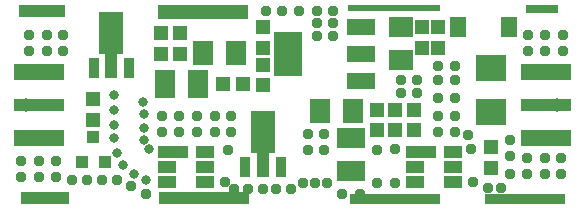
<source format=gbr>
G04 EAGLE Gerber RS-274X export*
G75*
%MOMM*%
%FSLAX34Y34*%
%LPD*%
%INSoldermask Top*%
%IPPOS*%
%AMOC8*
5,1,8,0,0,1.08239X$1,22.5*%
G01*
%ADD10R,3.937000X1.016000*%
%ADD11R,4.064000X1.016000*%
%ADD12R,7.620000X1.270000*%
%ADD13R,7.620000X1.016000*%
%ADD14R,7.620000X0.889000*%
%ADD15R,6.731000X0.889000*%
%ADD16R,2.794000X0.762000*%
%ADD17R,7.747000X0.508000*%
%ADD18R,1.603200X1.003200*%
%ADD19R,2.603200X1.003200*%
%ADD20R,0.914200X1.703200*%
%ADD21R,1.117200X2.203200*%
%ADD22R,2.108200X3.537200*%
%ADD23R,2.438400X1.422400*%
%ADD24R,2.403200X3.803200*%
%ADD25R,1.283200X1.253200*%
%ADD26R,1.253200X1.283200*%
%ADD27R,2.003200X1.803200*%
%ADD28R,1.803200X2.403200*%
%ADD29R,2.403200X1.803200*%
%ADD30R,2.603200X2.203200*%
%ADD31R,4.303200X1.453200*%
%ADD32R,4.303200X1.103200*%
%ADD33R,1.803200X2.006200*%
%ADD34R,1.473200X1.673200*%
%ADD35R,1.003200X1.103200*%
%ADD36C,1.159600*%
%ADD37C,0.959600*%
%ADD38C,1.244600*%
%ADD39C,0.838200*%


D10*
X120015Y218440D03*
D11*
X123190Y59690D03*
D12*
X256540Y217170D03*
D13*
X257810Y59690D03*
D14*
X419100Y59055D03*
D15*
X528955Y59055D03*
D16*
X543560Y219710D03*
D17*
X418465Y220980D03*
D18*
X226570Y73660D03*
X258570Y86360D03*
X258570Y99060D03*
X226570Y86360D03*
D19*
X231570Y99060D03*
D18*
X258570Y73660D03*
X436120Y73660D03*
X468120Y86360D03*
X468120Y99060D03*
X436120Y86360D03*
D19*
X441120Y99060D03*
D18*
X468120Y73660D03*
D20*
X164070Y170180D03*
D21*
X179070Y172680D03*
D20*
X194070Y170180D03*
D22*
X179070Y199350D03*
D20*
X292340Y86360D03*
D21*
X307340Y88860D03*
D20*
X322340Y86360D03*
D22*
X307340Y115530D03*
D23*
X390398Y158496D03*
X390398Y181610D03*
X390398Y204724D03*
D24*
X328420Y181610D03*
D25*
X163830Y125870D03*
X163830Y143370D03*
X500380Y85230D03*
X500380Y102730D03*
X441960Y204330D03*
X441960Y186830D03*
X455930Y204330D03*
X455930Y186830D03*
X307340Y172580D03*
X307340Y155080D03*
X307340Y186830D03*
X307340Y204330D03*
D26*
X273190Y156210D03*
X290690Y156210D03*
D25*
X237490Y181750D03*
X237490Y199250D03*
X220980Y181750D03*
X220980Y199250D03*
X403860Y116980D03*
X403860Y134480D03*
X435610Y116980D03*
X435610Y134480D03*
X419100Y116980D03*
X419100Y134480D03*
D27*
X424180Y204500D03*
X424180Y176500D03*
D28*
X252760Y156210D03*
X224760Y156210D03*
D29*
X382270Y82520D03*
X382270Y110520D03*
D30*
X500380Y170130D03*
X500380Y132130D03*
D31*
X118110Y166180D03*
D32*
X118110Y138430D03*
D31*
X118110Y110680D03*
X547370Y110680D03*
D32*
X547370Y138430D03*
D31*
X547370Y166180D03*
D33*
X256290Y182880D03*
X284730Y182880D03*
X383790Y133350D03*
X355350Y133350D03*
D34*
X515530Y204470D03*
X472530Y204470D03*
D35*
X154330Y90330D03*
X173330Y90330D03*
X163830Y111330D03*
D36*
X106680Y138430D03*
D37*
X222250Y129540D03*
X236220Y129540D03*
X236220Y115570D03*
X222250Y115570D03*
X278130Y100330D03*
X403860Y100330D03*
X275590Y73660D03*
X341630Y72390D03*
X351790Y72390D03*
X361950Y72390D03*
X374650Y63500D03*
X419100Y101600D03*
X485140Y73660D03*
X483870Y101600D03*
X109220Y198120D03*
X124460Y198120D03*
X138430Y198120D03*
X138430Y184150D03*
X124460Y184150D03*
X109220Y184150D03*
X561340Y184150D03*
X546100Y184150D03*
X532130Y184150D03*
X532130Y198120D03*
X546100Y198120D03*
X561340Y198120D03*
X530860Y93980D03*
X546100Y93980D03*
X560070Y93980D03*
X560070Y80010D03*
X546100Y80010D03*
X530860Y80010D03*
X309880Y218440D03*
X323850Y218440D03*
X367030Y208280D03*
X353060Y208280D03*
X367030Y218440D03*
X353060Y218440D03*
X337820Y218440D03*
X359410Y100330D03*
X345440Y100330D03*
X345440Y114300D03*
X359410Y114300D03*
X251460Y129540D03*
X266700Y129540D03*
X280670Y129540D03*
X280670Y115570D03*
X266700Y115570D03*
X251460Y115570D03*
X497840Y68580D03*
X509270Y68580D03*
X389890Y63500D03*
X403860Y72390D03*
X419100Y72390D03*
X516890Y80010D03*
X516890Y95250D03*
X516890Y109220D03*
X283210Y67310D03*
X294640Y67310D03*
X331470Y67310D03*
X318770Y67310D03*
X307340Y67310D03*
X455930Y115570D03*
X455930Y129540D03*
X469900Y129540D03*
X469900Y115570D03*
X455930Y144780D03*
X455930Y160020D03*
X455930Y171450D03*
X469900Y171450D03*
X469900Y160020D03*
X469900Y144780D03*
X367030Y196850D03*
X353060Y196850D03*
X438150Y160020D03*
X424180Y160020D03*
X438150Y148590D03*
X424180Y148590D03*
X102870Y91440D03*
X118110Y91440D03*
X132080Y91440D03*
X132080Y77470D03*
X118110Y77470D03*
X102870Y77470D03*
D38*
X106680Y166370D03*
X105410Y110490D03*
X556260Y166370D03*
X557530Y110490D03*
D37*
X173990Y205740D03*
X173990Y191770D03*
X182880Y205740D03*
X182880Y191770D03*
X302260Y123190D03*
X302260Y109220D03*
X311150Y123190D03*
X311150Y109220D03*
X481330Y113030D03*
X146050Y74930D03*
D39*
X181610Y147320D03*
X181610Y134620D03*
X181610Y121920D03*
X181610Y110490D03*
X184150Y97790D03*
X189230Y87630D03*
X198120Y80010D03*
X208280Y74930D03*
X205740Y140970D03*
X207010Y130810D03*
X207010Y119380D03*
X207010Y109220D03*
X210820Y101600D03*
D37*
X158750Y74930D03*
X184150Y74930D03*
X195580Y69850D03*
X171450Y74930D03*
X208280Y63500D03*
D36*
X556260Y138430D03*
M02*

</source>
